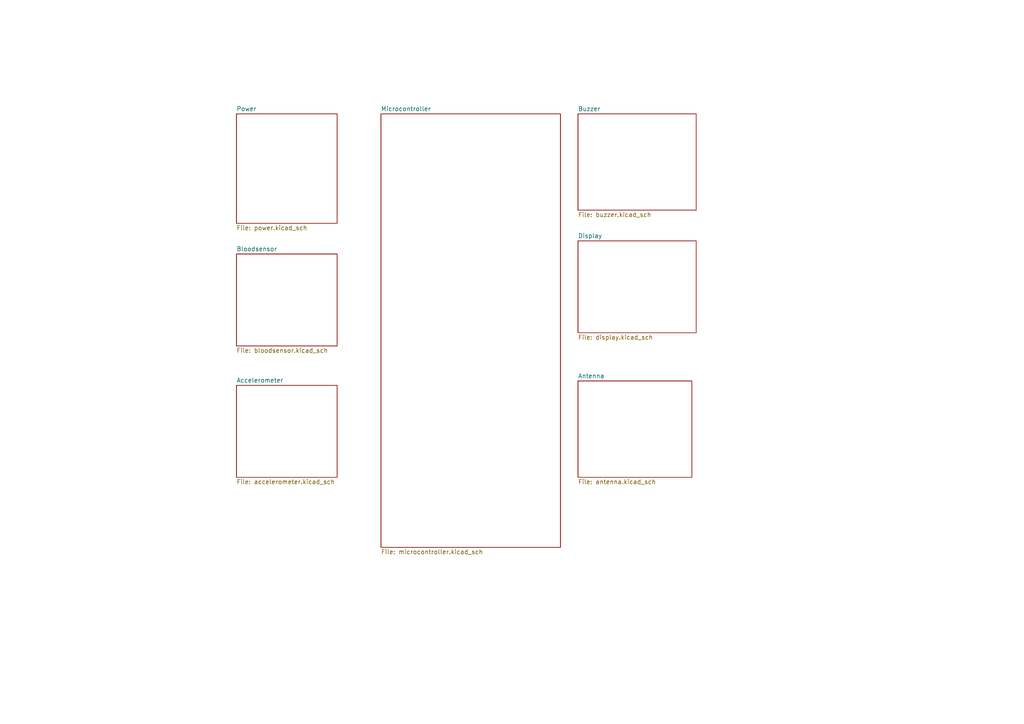
<source format=kicad_sch>
(kicad_sch (version 20211123) (generator eeschema)
  (paper "A4")
  (title_block (title "Smart Watch") (date "2022-08-02") (rev "Version 1.0") (company "University of Southern Denmark") (comment 1 "SRM"))
  (lib_symbols)
  (sheet (at 68.58 111.76) (size 29.21 26.67) (stroke (width 0.1524))
    (property "Sheet name" "Accelerometer" (at 68.58 111.0484 0) (effects (justify left bottom)))
    (property "Sheet file" "accelerometer.kicad_sch" (at 68.58 139.0146 0) (effects (justify left top)))
  )
  (sheet (at 110.49 33.02) (size 52.07 125.73) (stroke (width 0.1524))
    (property "Sheet name" "Microcontroller" (at 110.49 32.3084 0) (effects (justify left bottom)))
    (property "Sheet file" "microcontroller.kicad_sch" (at 110.49 159.3346 0) (effects (justify left top)))
  )
  (sheet (at 167.64 33.02) (size 34.29 27.94) (stroke (width 0.1524))
    (property "Sheet name" "Buzzer" (at 167.64 32.3084 0) (effects (justify left bottom)))
    (property "Sheet file" "buzzer.kicad_sch" (at 167.64 61.5446 0) (effects (justify left top)))
  )
  (sheet (at 68.58 73.66) (size 29.21 26.67) (stroke (width 0.1524))
    (property "Sheet name" "Bloodsensor" (at 68.58 72.9484 0) (effects (justify left bottom)))
    (property "Sheet file" "bloodsensor.kicad_sch" (at 68.58 100.9146 0) (effects (justify left top)))
  )
  (sheet (at 68.58 33.02) (size 29.21 31.75) (stroke (width 0.1524))
    (property "Sheet name" "Power" (at 68.58 32.3084 0) (effects (justify left bottom)))
    (property "Sheet file" "power.kicad_sch" (at 68.58 65.3546 0) (effects (justify left top)))
  )
  (sheet (at 167.64 69.85) (size 34.29 26.67) (stroke (width 0.1524))
    (property "Sheet name" "Display" (at 167.64 69.1384 0) (effects (justify left bottom)))
    (property "Sheet file" "display.kicad_sch" (at 167.64 97.1046 0) (effects (justify left top)))
  )
  (sheet (at 167.64 110.49) (size 33.02 27.94) (stroke (width 0.1524))
    (property "Sheet name" "Antenna" (at 167.64 109.7784 0) (effects (justify left bottom)))
    (property "Sheet file" "antenna.kicad_sch" (at 167.64 139.0146 0) (effects (justify left top)))
  )
)
</source>
